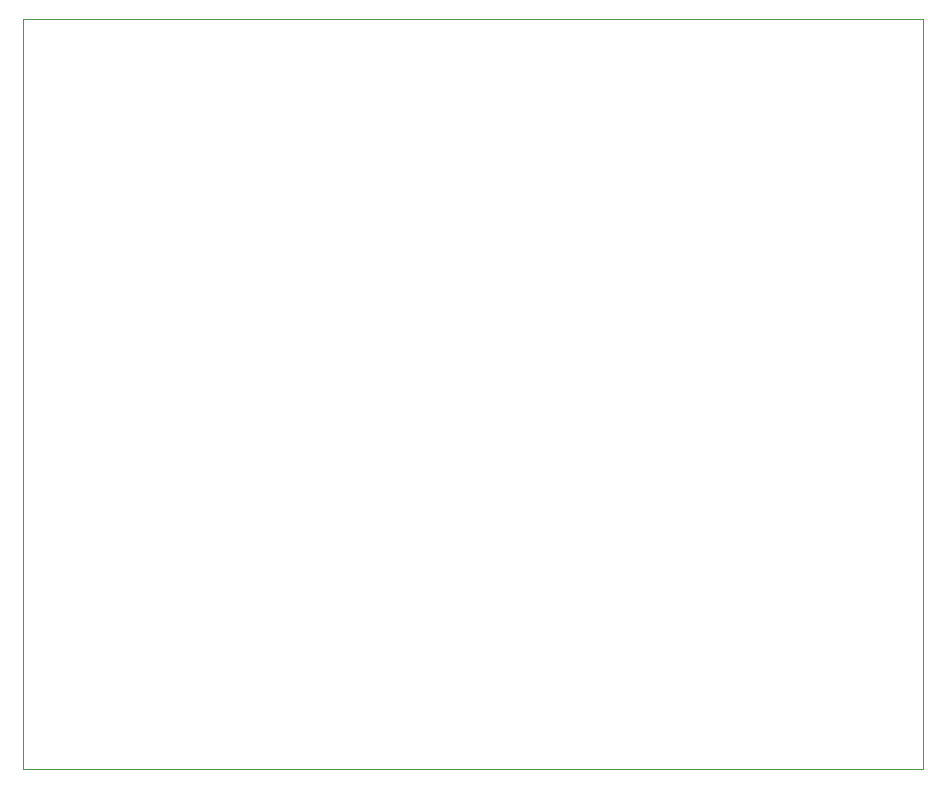
<source format=gm1>
%TF.GenerationSoftware,KiCad,Pcbnew,(5.1.12)-1*%
%TF.CreationDate,2022-01-31T19:51:58-07:00*%
%TF.ProjectId,Annoyatron_v2,416e6e6f-7961-4747-926f-6e5f76322e6b,rev?*%
%TF.SameCoordinates,Original*%
%TF.FileFunction,Profile,NP*%
%FSLAX46Y46*%
G04 Gerber Fmt 4.6, Leading zero omitted, Abs format (unit mm)*
G04 Created by KiCad (PCBNEW (5.1.12)-1) date 2022-01-31 19:51:58*
%MOMM*%
%LPD*%
G01*
G04 APERTURE LIST*
%TA.AperFunction,Profile*%
%ADD10C,0.025400*%
%TD*%
G04 APERTURE END LIST*
D10*
X97536000Y-122936000D02*
X97536000Y-59436000D01*
X173736000Y-122936000D02*
X97536000Y-122936000D01*
X173736000Y-59436000D02*
X173736000Y-122936000D01*
X97536000Y-59436000D02*
X173736000Y-59436000D01*
M02*

</source>
